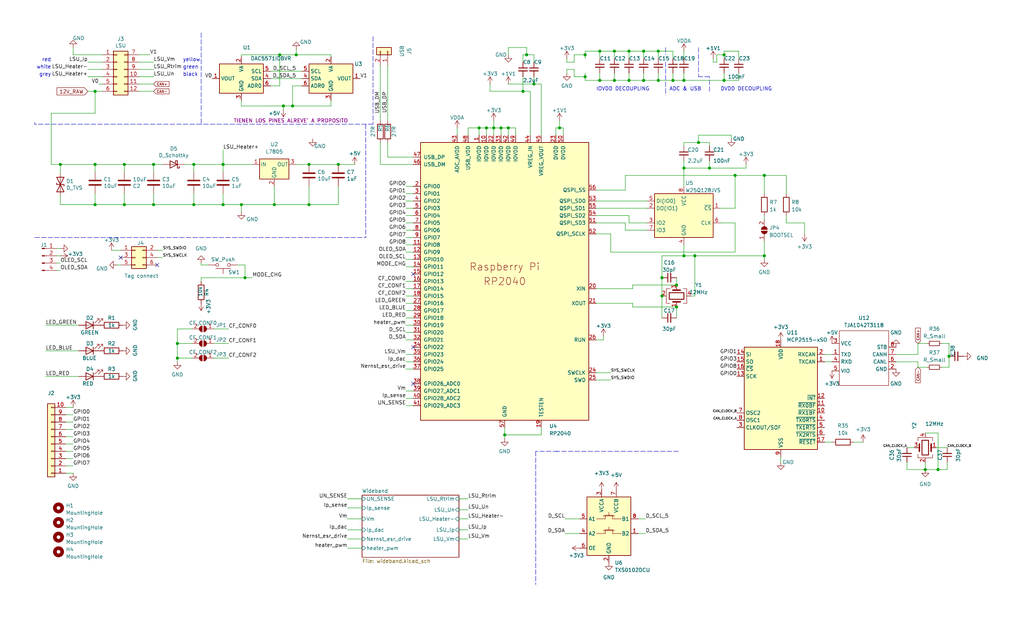
<source format=kicad_sch>
(kicad_sch (version 20211123) (generator eeschema)
  (paper "USLegal")
  (title_block (title "Wideband sensor reader") (date "2022-07-07") (rev "1") (company "Churrosoft"))
  (junction (at 325.755 163.195))
  (junction (at 33.02 57.15))
  (junction (at 77.47 71.12))
  (junction (at 237.49 88.9))
  (junction (at 166.37 44.45))
  (junction (at 234.95 106.68))
  (junction (at 203.2 26.67))
  (junction (at 95.25 71.12))
  (junction (at 77.47 57.15))
  (junction (at 208.28 27.94))
  (junction (at 107.315 71.12))
  (junction (at 194.31 44.45))
  (junction (at 98.425 36.83))
  (junction (at 233.68 27.94))
  (junction (at 223.52 27.94))
  (junction (at 208.28 17.78))
  (junction (at 255.27 60.96))
  (junction (at 228.6 27.94))
  (junction (at 67.31 71.12))
  (junction (at 67.31 57.15))
  (junction (at 265.43 88.9))
  (junction (at 237.49 58.42))
  (junction (at 97.155 19.05))
  (junction (at 85.09 96.52))
  (junction (at 234.95 99.06))
  (junction (at 182.88 19.05))
  (junction (at 213.36 17.78))
  (junction (at 265.43 60.96))
  (junction (at 218.44 17.78))
  (junction (at 107.315 57.15))
  (junction (at 246.38 58.42))
  (junction (at 241.3 88.9))
  (junction (at 102.87 19.05))
  (junction (at 237.49 27.94))
  (junction (at 223.52 17.78))
  (junction (at 181.61 31.75))
  (junction (at 53.34 71.12))
  (junction (at 43.18 71.12))
  (junction (at 61.595 119.38))
  (junction (at 229.87 96.52))
  (junction (at 185.42 29.21))
  (junction (at 43.18 57.15))
  (junction (at 61.595 124.46))
  (junction (at 242.57 49.53))
  (junction (at 33.02 31.75))
  (junction (at 53.34 57.15))
  (junction (at 229.87 102.87))
  (junction (at 251.46 19.05))
  (junction (at 218.44 27.94))
  (junction (at 251.46 27.94))
  (junction (at 228.6 17.78))
  (junction (at 321.31 163.195))
  (junction (at 203.2 19.05))
  (junction (at 175.26 151.13))
  (junction (at 20.955 57.15))
  (junction (at 117.475 57.15))
  (junction (at 171.45 44.45))
  (junction (at 329.565 123.825) (diameter 0.9144))
  (junction (at 213.36 27.94))
  (junction (at 83.82 71.12))
  (junction (at 101.6 36.83))
  (junction (at 168.91 44.45))
  (junction (at 173.99 44.45))
  (junction (at 33.02 71.12))
  (junction (at 176.53 44.45))
  (no_connect (at 143.51 120.65))
  (no_connect (at 41.91 89.535))
  (no_connect (at 54.61 92.075))
  (no_connect (at 143.51 133.35))
  (no_connect (at 143.51 95.25))
  (wire (pts (xy 218.44 17.78) (xy 218.44 20.32)))
  (wire (pts (xy 77.47 71.12) (xy 83.82 71.12)))
  (wire (pts (xy 159.385 184.15) (xy 162.56 184.15)))
  (wire (pts (xy 237.49 88.9) (xy 241.3 88.9)))
  (polyline (pts (xy 193.675 156.845) (xy 186.055 156.845)))
  (wire (pts (xy 325.12 155.575) (xy 328.93 155.575)))
  (wire (pts (xy 237.49 49.53) (xy 242.57 49.53)))
  (wire (pts (xy 33.02 71.12) (xy 43.18 71.12)))
  (wire (pts (xy 34.29 29.21) (xy 35.56 29.21)))
  (wire (pts (xy 140.97 128.27) (xy 143.51 128.27)))
  (wire (pts (xy 140.97 102.87) (xy 143.51 102.87)))
  (wire (pts (xy 22.86 154.305) (xy 25.4 154.305)))
  (wire (pts (xy 97.155 19.05) (xy 97.155 29.845)))
  (wire (pts (xy 19.685 86.36) (xy 20.955 86.36)))
  (wire (pts (xy 30.48 26.67) (xy 35.56 26.67)))
  (wire (pts (xy 132.08 22.86) (xy 132.08 41.91)))
  (wire (pts (xy 69.85 96.52) (xy 69.85 97.79)))
  (wire (pts (xy 329.565 123.825) (xy 329.565 119.38)))
  (wire (pts (xy 114.935 19.685) (xy 114.935 19.05)))
  (wire (pts (xy 53.34 59.69) (xy 53.34 57.15)))
  (wire (pts (xy 265.43 88.9) (xy 265.43 83.82)))
  (wire (pts (xy 171.45 41.91) (xy 171.45 44.45)))
  (polyline (pts (xy 12.065 82.55) (xy 127 82.55)))
  (wire (pts (xy 117.475 57.15) (xy 123.19 57.15)))
  (wire (pts (xy 158.75 46.99) (xy 158.75 44.45)))
  (wire (pts (xy 140.97 140.97) (xy 143.51 140.97)))
  (wire (pts (xy 114.935 34.925) (xy 114.935 36.83)))
  (wire (pts (xy 33.02 31.75) (xy 35.56 31.75)))
  (wire (pts (xy 134.62 49.53) (xy 134.62 54.61)))
  (wire (pts (xy 74.295 119.38) (xy 79.375 119.38)))
  (wire (pts (xy 255.27 77.47) (xy 250.19 77.47)))
  (wire (pts (xy 217.17 80.01) (xy 224.79 80.01)))
  (wire (pts (xy 17.78 39.37) (xy 17.78 57.15)))
  (wire (pts (xy 74.295 114.3) (xy 79.375 114.3)))
  (wire (pts (xy 85.09 92.075) (xy 85.09 96.52)))
  (wire (pts (xy 43.18 67.31) (xy 43.18 71.12)))
  (wire (pts (xy 265.43 67.31) (xy 265.43 60.96)))
  (wire (pts (xy 199.39 19.05) (xy 203.2 19.05)))
  (wire (pts (xy 265.43 74.93) (xy 265.43 76.2)))
  (wire (pts (xy 48.26 19.05) (xy 52.07 19.05)))
  (wire (pts (xy 237.49 50.8) (xy 237.49 49.53)))
  (polyline (pts (xy 246.38 26.67) (xy 242.57 26.67)))
  (wire (pts (xy 67.31 71.12) (xy 77.47 71.12)))
  (wire (pts (xy 208.28 17.78) (xy 203.2 17.78)))
  (wire (pts (xy 219.71 100.33) (xy 219.71 99.06)))
  (wire (pts (xy 120.65 184.15) (xy 125.73 184.15)))
  (wire (pts (xy 107.315 57.15) (xy 117.475 57.15)))
  (wire (pts (xy 256.54 17.78) (xy 251.46 17.78)))
  (wire (pts (xy 181.61 31.75) (xy 170.18 31.75)))
  (wire (pts (xy 20.955 57.15) (xy 33.02 57.15)))
  (wire (pts (xy 30.48 21.59) (xy 35.56 21.59)))
  (wire (pts (xy 61.595 114.3) (xy 61.595 119.38)))
  (wire (pts (xy 233.68 25.4) (xy 233.68 27.94)))
  (wire (pts (xy 318.77 127.635) (xy 318.77 125.73)))
  (wire (pts (xy 102.87 57.15) (xy 107.315 57.15)))
  (wire (pts (xy 242.57 46.99) (xy 254 46.99)))
  (wire (pts (xy 25.4 159.385) (xy 22.86 159.385)))
  (wire (pts (xy 273.05 77.47) (xy 279.4 77.47)))
  (wire (pts (xy 61.595 124.46) (xy 66.675 124.46)))
  (wire (pts (xy 114.935 19.05) (xy 102.87 19.05)))
  (wire (pts (xy 140.97 69.85) (xy 143.51 69.85)))
  (wire (pts (xy 82.55 92.075) (xy 85.09 92.075)))
  (wire (pts (xy 255.27 87.63) (xy 255.27 77.47)))
  (wire (pts (xy 140.97 100.33) (xy 143.51 100.33)))
  (wire (pts (xy 83.82 36.83) (xy 98.425 36.83)))
  (wire (pts (xy 140.97 64.77) (xy 143.51 64.77)))
  (wire (pts (xy 140.97 113.03) (xy 143.51 113.03)))
  (wire (pts (xy 185.42 19.05) (xy 182.88 19.05)))
  (wire (pts (xy 194.31 41.91) (xy 194.31 44.45)))
  (wire (pts (xy 64.135 57.15) (xy 67.31 57.15)))
  (wire (pts (xy 140.97 85.09) (xy 143.51 85.09)))
  (wire (pts (xy 140.97 115.57) (xy 143.51 115.57)))
  (wire (pts (xy 53.34 67.31) (xy 53.34 71.12)))
  (wire (pts (xy 176.53 16.51) (xy 182.88 16.51)))
  (wire (pts (xy 233.68 27.94) (xy 228.6 27.94)))
  (wire (pts (xy 218.44 27.94) (xy 213.36 27.94)))
  (wire (pts (xy 207.01 66.04) (xy 217.17 66.04)))
  (wire (pts (xy 242.57 49.53) (xy 246.38 49.53)))
  (wire (pts (xy 241.3 102.87) (xy 241.3 88.9)))
  (wire (pts (xy 56.515 89.535) (xy 54.61 89.535)))
  (wire (pts (xy 83.82 19.05) (xy 83.82 19.685)))
  (wire (pts (xy 218.44 25.4) (xy 218.44 27.94)))
  (wire (pts (xy 246.38 55.88) (xy 246.38 58.42)))
  (wire (pts (xy 67.31 67.31) (xy 67.31 71.12)))
  (wire (pts (xy 67.31 59.69) (xy 67.31 57.15)))
  (wire (pts (xy 218.44 77.47) (xy 224.79 77.47)))
  (wire (pts (xy 328.93 163.195) (xy 325.755 163.195)))
  (wire (pts (xy 43.18 57.15) (xy 53.34 57.15)))
  (wire (pts (xy 22.86 149.225) (xy 25.4 149.225)))
  (wire (pts (xy 218.44 27.94) (xy 223.52 27.94)))
  (wire (pts (xy 173.99 44.45) (xy 171.45 44.45)))
  (wire (pts (xy 207.01 100.33) (xy 219.71 100.33)))
  (wire (pts (xy 237.49 85.09) (xy 237.49 88.9)))
  (wire (pts (xy 228.6 20.32) (xy 228.6 17.78)))
  (wire (pts (xy 38.735 86.995) (xy 41.91 86.995)))
  (wire (pts (xy 48.26 31.75) (xy 53.34 31.75)))
  (wire (pts (xy 22.86 141.605) (xy 25.4 141.605)))
  (wire (pts (xy 207.01 74.93) (xy 218.44 74.93)))
  (wire (pts (xy 25.4 161.925) (xy 22.86 161.925)))
  (wire (pts (xy 237.49 58.42) (xy 237.49 64.77)))
  (wire (pts (xy 321.31 163.195) (xy 314.96 163.195)))
  (wire (pts (xy 181.61 19.05) (xy 181.61 21.59)))
  (wire (pts (xy 196.215 180.34) (xy 201.295 180.34)))
  (wire (pts (xy 279.4 77.47) (xy 279.4 81.28)))
  (wire (pts (xy 22.86 144.145) (xy 25.4 144.145)))
  (polyline (pts (xy 69.85 11.43) (xy 69.85 43.18)))
  (wire (pts (xy 33.02 31.75) (xy 33.02 39.37)))
  (wire (pts (xy 234.95 96.52) (xy 234.95 99.06)))
  (wire (pts (xy 228.6 25.4) (xy 228.6 27.94)))
  (wire (pts (xy 140.97 118.11) (xy 143.51 118.11)))
  (wire (pts (xy 132.08 57.15) (xy 132.08 49.53)))
  (wire (pts (xy 241.3 88.9) (xy 265.43 88.9)))
  (wire (pts (xy 53.34 57.15) (xy 56.515 57.15)))
  (wire (pts (xy 193.04 44.45) (xy 193.04 46.99)))
  (wire (pts (xy 170.18 31.75) (xy 170.18 29.21)))
  (wire (pts (xy 194.31 44.45) (xy 193.04 44.45)))
  (wire (pts (xy 20.955 57.15) (xy 20.955 60.325)))
  (wire (pts (xy 207.01 72.39) (xy 224.79 72.39)))
  (wire (pts (xy 140.97 77.47) (xy 143.51 77.47)))
  (wire (pts (xy 173.99 44.45) (xy 173.99 46.99)))
  (polyline (pts (xy 129.54 12.7) (xy 129.54 43.18)))
  (wire (pts (xy 325.755 150.495) (xy 325.755 163.195)))
  (wire (pts (xy 207.01 132.08) (xy 212.09 132.08)))
  (wire (pts (xy 212.09 87.63) (xy 255.27 87.63)))
  (wire (pts (xy 240.03 102.87) (xy 241.3 102.87)))
  (wire (pts (xy 171.45 44.45) (xy 171.45 46.99)))
  (wire (pts (xy 140.97 107.95) (xy 143.51 107.95)))
  (wire (pts (xy 311.15 125.73) (xy 318.77 125.73)))
  (wire (pts (xy 195.58 44.45) (xy 195.58 46.99)))
  (wire (pts (xy 134.62 54.61) (xy 143.51 54.61)))
  (wire (pts (xy 140.97 80.01) (xy 143.51 80.01)))
  (wire (pts (xy 120.65 173.355) (xy 125.73 173.355)))
  (wire (pts (xy 229.87 102.87) (xy 229.87 110.49)))
  (wire (pts (xy 203.2 26.67) (xy 203.2 25.4)))
  (wire (pts (xy 77.47 67.31) (xy 77.47 71.12)))
  (wire (pts (xy 314.96 155.575) (xy 317.5 155.575)))
  (wire (pts (xy 176.53 44.45) (xy 176.53 46.99)))
  (wire (pts (xy 256.54 20.32) (xy 256.54 17.78)))
  (wire (pts (xy 77.47 59.69) (xy 77.47 57.15)))
  (wire (pts (xy 246.38 49.53) (xy 246.38 50.8)))
  (wire (pts (xy 77.47 52.07) (xy 77.47 57.15)))
  (wire (pts (xy 221.615 180.34) (xy 224.155 180.34)))
  (wire (pts (xy 19.685 93.98) (xy 20.955 93.98)))
  (wire (pts (xy 162.56 44.45) (xy 162.56 46.99)))
  (polyline (pts (xy 231.14 16.51) (xy 231.14 19.05)))
  (wire (pts (xy 140.97 123.19) (xy 143.51 123.19)))
  (wire (pts (xy 40.64 92.075) (xy 41.91 92.075)))
  (wire (pts (xy 175.26 151.13) (xy 175.26 152.4)))
  (wire (pts (xy 104.775 29.845) (xy 101.6 29.845)))
  (wire (pts (xy 66.675 119.38) (xy 61.595 119.38)))
  (wire (pts (xy 22.86 156.845) (xy 25.4 156.845)))
  (wire (pts (xy 321.31 160.655) (xy 321.31 163.195)))
  (wire (pts (xy 218.44 74.93) (xy 218.44 77.47)))
  (wire (pts (xy 273.05 60.96) (xy 265.43 60.96)))
  (wire (pts (xy 255.27 60.96) (xy 217.17 60.96)))
  (wire (pts (xy 120.65 190.5) (xy 125.73 190.5)))
  (polyline (pts (xy 235.585 156.845) (xy 193.04 156.845)))
  (wire (pts (xy 33.02 59.69) (xy 33.02 57.15)))
  (wire (pts (xy 296.545 153.67) (xy 299.72 153.67)))
  (polyline (pts (xy 12.065 42.545) (xy 12.065 43.18)))
  (wire (pts (xy 53.34 71.12) (xy 67.31 71.12)))
  (wire (pts (xy 217.17 60.96) (xy 217.17 66.04)))
  (wire (pts (xy 22.86 151.765) (xy 25.4 151.765)))
  (wire (pts (xy 95.25 64.77) (xy 95.25 71.12)))
  (wire (pts (xy 329.565 119.38) (xy 327.025 119.38)))
  (wire (pts (xy 228.6 17.78) (xy 223.52 17.78)))
  (wire (pts (xy 17.78 57.15) (xy 20.955 57.15)))
  (wire (pts (xy 175.26 148.59) (xy 175.26 151.13)))
  (wire (pts (xy 234.95 106.68) (xy 234.95 110.49)))
  (wire (pts (xy 159.385 173.355) (xy 162.56 173.355)))
  (wire (pts (xy 318.77 119.38) (xy 321.945 119.38)))
  (wire (pts (xy 66.675 114.3) (xy 61.595 114.3)))
  (wire (pts (xy 56.515 86.995) (xy 54.61 86.995)))
  (wire (pts (xy 199.39 24.13) (xy 199.39 26.67)))
  (wire (pts (xy 233.68 20.32) (xy 233.68 17.78)))
  (wire (pts (xy 117.475 64.77) (xy 117.475 71.12)))
  (wire (pts (xy 325.755 163.195) (xy 321.31 163.195)))
  (wire (pts (xy 199.39 21.59) (xy 199.39 19.05)))
  (wire (pts (xy 185.42 26.67) (xy 185.42 29.21)))
  (wire (pts (xy 223.52 17.78) (xy 218.44 17.78)))
  (wire (pts (xy 271.145 158.75) (xy 271.145 160.655)))
  (wire (pts (xy 208.28 27.94) (xy 203.2 27.94)))
  (wire (pts (xy 221.615 185.42) (xy 224.155 185.42)))
  (wire (pts (xy 168.91 44.45) (xy 168.91 46.99)))
  (wire (pts (xy 30.48 31.75) (xy 33.02 31.75)))
  (wire (pts (xy 265.43 60.96) (xy 255.27 60.96)))
  (wire (pts (xy 120.65 180.34) (xy 125.73 180.34)))
  (wire (pts (xy 219.71 99.06) (xy 234.95 99.06)))
  (wire (pts (xy 311.15 123.19) (xy 318.77 123.19)))
  (wire (pts (xy 318.77 123.19) (xy 318.77 119.38)))
  (wire (pts (xy 213.36 27.94) (xy 208.28 27.94)))
  (wire (pts (xy 48.26 24.13) (xy 53.34 24.13)))
  (wire (pts (xy 159.385 180.34) (xy 162.56 180.34)))
  (wire (pts (xy 176.53 19.05) (xy 176.53 16.51)))
  (wire (pts (xy 213.36 17.78) (xy 213.36 20.32)))
  (wire (pts (xy 33.02 57.15) (xy 43.18 57.15)))
  (wire (pts (xy 15.875 130.81) (xy 27.305 130.81)))
  (wire (pts (xy 237.49 55.88) (xy 237.49 58.42)))
  (wire (pts (xy 223.52 27.94) (xy 228.6 27.94)))
  (wire (pts (xy 22.86 164.465) (xy 25.4 164.465)))
  (wire (pts (xy 162.56 44.45) (xy 166.37 44.45)))
  (wire (pts (xy 237.49 27.94) (xy 251.46 27.94)))
  (wire (pts (xy 273.05 67.31) (xy 273.05 60.96)))
  (wire (pts (xy 77.47 57.15) (xy 87.63 57.15)))
  (wire (pts (xy 83.82 71.12) (xy 83.82 73.66)))
  (wire (pts (xy 102.87 17.145) (xy 102.87 19.05)))
  (polyline (pts (xy 242.57 16.51) (xy 242.57 26.67)))
  (wire (pts (xy 140.97 87.63) (xy 143.51 87.63)))
  (wire (pts (xy 134.62 22.86) (xy 134.62 41.91)))
  (wire (pts (xy 140.97 105.41) (xy 143.51 105.41)))
  (wire (pts (xy 85.09 96.52) (xy 87.63 96.52)))
  (wire (pts (xy 140.97 72.39) (xy 143.51 72.39)))
  (wire (pts (xy 321.945 127.635) (xy 318.77 127.635)))
  (wire (pts (xy 140.97 110.49) (xy 143.51 110.49)))
  (wire (pts (xy 237.49 20.32) (xy 237.49 17.78)))
  (wire (pts (xy 242.57 46.99) (xy 242.57 49.53)))
  (wire (pts (xy 248.92 21.59) (xy 248.92 19.05)))
  (wire (pts (xy 35.56 19.05) (xy 25.4 19.05)))
  (wire (pts (xy 140.97 125.73) (xy 143.51 125.73)))
  (wire (pts (xy 247.65 21.59) (xy 248.92 21.59)))
  (wire (pts (xy 207.01 69.85) (xy 224.79 69.85)))
  (wire (pts (xy 219.71 106.68) (xy 234.95 106.68)))
  (wire (pts (xy 185.42 21.59) (xy 185.42 19.05)))
  (wire (pts (xy 254 48.26) (xy 254 46.99)))
  (wire (pts (xy 43.18 57.15) (xy 43.18 59.69)))
  (wire (pts (xy 229.87 102.87) (xy 229.87 96.52)))
  (wire (pts (xy 182.88 19.05) (xy 181.61 19.05)))
  (wire (pts (xy 208.28 17.78) (xy 208.28 20.32)))
  (wire (pts (xy 286.385 153.67) (xy 288.925 153.67)))
  (wire (pts (xy 203.2 27.94) (xy 203.2 26.67)))
  (wire (pts (xy 321.31 150.495) (xy 325.755 150.495)))
  (wire (pts (xy 196.85 25.4) (xy 196.85 24.13)))
  (wire (pts (xy 256.54 25.4) (xy 256.54 27.94)))
  (wire (pts (xy 273.05 74.93) (xy 273.05 77.47)))
  (wire (pts (xy 187.96 151.13) (xy 175.26 151.13)))
  (wire (pts (xy 85.09 96.52) (xy 69.85 96.52)))
  (wire (pts (xy 187.96 148.59) (xy 187.96 151.13)))
  (wire (pts (xy 93.98 24.765) (xy 104.775 24.765)))
  (polyline (pts (xy 186.055 156.845) (xy 186.055 203.2)))
  (wire (pts (xy 207.01 77.47) (xy 217.17 77.47)))
  (wire (pts (xy 140.97 74.93) (xy 143.51 74.93)))
  (wire (pts (xy 229.87 96.52) (xy 229.87 88.9)))
  (wire (pts (xy 237.49 27.94) (xy 233.68 27.94)))
  (wire (pts (xy 93.98 27.305) (xy 104.775 27.305)))
  (wire (pts (xy 48.26 29.21) (xy 53.34 29.21)))
  (wire (pts (xy 25.4 19.05) (xy 25.4 16.51)))
  (wire (pts (xy 213.36 17.78) (xy 208.28 17.78)))
  (wire (pts (xy 223.52 17.78) (xy 223.52 20.32)))
  (wire (pts (xy 95.25 71.12) (xy 107.315 71.12)))
  (wire (pts (xy 22.86 146.685) (xy 25.4 146.685)))
  (wire (pts (xy 250.19 72.39) (xy 255.27 72.39)))
  (wire (pts (xy 61.595 119.38) (xy 61.595 124.46)))
  (wire (pts (xy 33.02 39.37) (xy 17.78 39.37)))
  (wire (pts (xy 251.46 19.05) (xy 251.46 20.32)))
  (wire (pts (xy 19.685 91.44) (xy 20.955 91.44)))
  (wire (pts (xy 15.875 113.03) (xy 27.305 113.03)))
  (wire (pts (xy 209.55 118.11) (xy 209.55 116.84)))
  (wire (pts (xy 43.18 71.12) (xy 53.34 71.12)))
  (wire (pts (xy 288.925 125.73) (xy 286.385 125.73)))
  (wire (pts (xy 184.15 31.75) (xy 181.61 31.75)))
  (wire (pts (xy 179.07 44.45) (xy 176.53 44.45)))
  (wire (pts (xy 166.37 44.45) (xy 166.37 46.99)))
  (wire (pts (xy 217.17 77.47) (xy 217.17 80.01)))
  (wire (pts (xy 203.2 17.78) (xy 203.2 19.05)))
  (wire (pts (xy 251.46 17.78) (xy 251.46 19.05)))
  (wire (pts (xy 196.85 24.13) (xy 199.39 24.13)))
  (wire (pts (xy 120.65 176.53) (xy 125.73 176.53)))
  (wire (pts (xy 176.53 44.45) (xy 173.99 44.45)))
  (wire (pts (xy 219.71 105.41) (xy 219.71 106.68)))
  (wire (pts (xy 259.08 58.42) (xy 246.38 58.42)))
  (wire (pts (xy 199.39 26.67) (xy 203.2 26.67)))
  (wire (pts (xy 140.97 82.55) (xy 143.51 82.55)))
  (wire (pts (xy 185.42 29.21) (xy 187.96 29.21)))
  (wire (pts (xy 176.53 29.21) (xy 185.42 29.21)))
  (wire (pts (xy 159.385 187.325) (xy 162.56 187.325)))
  (wire (pts (xy 107.315 71.12) (xy 117.475 71.12)))
  (wire (pts (xy 247.65 20.32) (xy 247.65 21.59)))
  (wire (pts (xy 212.09 81.28) (xy 212.09 87.63)))
  (wire (pts (xy 207.01 81.28) (xy 212.09 81.28)))
  (polyline (pts (xy 69.85 43.18) (xy 12.065 43.18)))
  (wire (pts (xy 140.97 135.89) (xy 143.51 135.89)))
  (wire (pts (xy 120.65 187.325) (xy 125.73 187.325)))
  (wire (pts (xy 72.39 92.075) (xy 69.85 92.075)))
  (wire (pts (xy 208.28 25.4) (xy 208.28 27.94)))
  (wire (pts (xy 187.96 46.99) (xy 187.96 29.21)))
  (wire (pts (xy 61.595 125.73) (xy 61.595 124.46)))
  (wire (pts (xy 93.98 29.845) (xy 97.155 29.845)))
  (wire (pts (xy 20.955 67.945) (xy 20.955 71.12)))
  (wire (pts (xy 286.385 123.19) (xy 288.925 123.19)))
  (wire (pts (xy 33.02 67.31) (xy 33.02 71.12)))
  (wire (pts (xy 102.87 19.05) (xy 97.155 19.05)))
  (wire (pts (xy 251.46 25.4) (xy 251.46 27.94)))
  (wire (pts (xy 140.97 92.71) (xy 143.51 92.71)))
  (wire (pts (xy 83.82 34.925) (xy 83.82 36.83)))
  (wire (pts (xy 181.61 26.67) (xy 181.61 31.75)))
  (wire (pts (xy 255.27 72.39) (xy 255.27 60.96)))
  (wire (pts (xy 229.87 88.9) (xy 237.49 88.9)))
  (wire (pts (xy 207.01 118.11) (xy 209.55 118.11)))
  (wire (pts (xy 179.07 46.99) (xy 179.07 44.45)))
  (wire (pts (xy 196.85 20.32) (xy 196.85 21.59)))
  (wire (pts (xy 140.97 90.17) (xy 143.51 90.17)))
  (wire (pts (xy 327.025 127.635) (xy 329.565 127.635)))
  (wire (pts (xy 101.6 36.83) (xy 98.425 36.83)))
  (wire (pts (xy 182.88 16.51) (xy 182.88 19.05)))
  (wire (pts (xy 314.96 163.195) (xy 314.96 160.655)))
  (wire (pts (xy 213.36 25.4) (xy 213.36 27.94)))
  (wire (pts (xy 107.315 64.77) (xy 107.315 71.12)))
  (wire (pts (xy 248.92 19.05) (xy 251.46 19.05)))
  (wire (pts (xy 19.685 88.9) (xy 20.955 88.9)))
  (wire (pts (xy 237.49 25.4) (xy 237.49 27.94)))
  (wire (pts (xy 223.52 25.4) (xy 223.52 27.94)))
  (wire (pts (xy 69.85 92.075) (xy 69.85 91.44)))
  (wire (pts (xy 328.93 160.655) (xy 328.93 163.195)))
  (wire (pts (xy 83.82 19.05) (xy 97.155 19.05)))
  (wire (pts (xy 184.15 31.75) (xy 184.15 46.99)))
  (wire (pts (xy 114.935 36.83) (xy 101.6 36.83)))
  (wire (pts (xy 329.565 127.635) (xy 329.565 123.825)))
  (wire (pts (xy 196.85 21.59) (xy 199.39 21.59)))
  (wire (pts (xy 246.38 58.42) (xy 237.49 58.42)))
  (wire (pts (xy 256.54 27.94) (xy 251.46 27.94)))
  (wire (pts (xy 259.08 57.15) (xy 259.08 58.42)))
  (polyline (pts (xy 129.54 43.18) (xy 69.85 43.18)))
  (polyline (pts (xy 246.38 31.75) (xy 246.38 26.67)))
  (wire (pts (xy 48.26 26.67) (xy 53.34 26.67)))
  (wire (pts (xy 143.51 57.15) (xy 132.08 57.15)))
  (wire (pts (xy 140.97 97.79) (xy 143.51 97.79)))
  (wire (pts (xy 83.82 71.12) (xy 95.25 71.12)))
  (wire (pts (xy 159.385 177.165) (xy 162.56 177.165)))
  (wire (pts (xy 15.875 121.92) (xy 27.305 121.92)))
  (wire (pts (xy 74.295 124.46) (xy 79.375 124.46)))
  (polyline (pts (xy 231.14 21.59) (xy 231.14 33.02)))
  (wire (pts (xy 203.2 19.05) (xy 203.2 20.32)))
  (wire (pts (xy 140.97 138.43) (xy 143.51 138.43)))
  (wire (pts (xy 233.68 17.78) (xy 228.6 17.78)))
  (wire (pts (xy 207.01 105.41) (xy 219.71 105.41)))
  (wire (pts (xy 218.44 17.78) (xy 213.36 17.78)))
  (wire (pts (xy 67.31 57.15) (xy 77.47 57.15)))
  (wire (pts (xy 171.45 44.45) (xy 168.91 44.45)))
  (wire (pts (xy 196.215 185.42) (xy 201.295 185.42)))
  (wire (pts (xy 48.26 21.59) (xy 53.34 21.59)))
  (wire (pts (xy 195.58 44.45) (xy 194.31 44.45)))
  (wire (pts (xy 168.91 44.45) (xy 166.37 44.45)))
  (wire (pts (xy 30.48 24.13) (xy 35.56 24.13)))
  (wire (pts (xy 98.425 36.83) (xy 98.425 38.1)))
  (wire (pts (xy 20.955 71.12) (xy 33.02 71.12)))
  (wire (pts (xy 207.01 129.54) (xy 212.09 129.54)))
  (wire (pts (xy 101.6 29.845) (xy 101.6 36.83)))
  (wire (pts (xy 265.43 88.9) (xy 265.43 90.17)))
  (wire (pts (xy 140.97 67.31) (xy 143.51 67.31)))
  (polyline (pts (xy 127 43.18) (xy 127 82.55)))
  (text "grey" (at 17.78 26.67 180) (effects (font (size 1.27 1.27)) (justify right bottom)))
  (text "ADC & USB" (at 232.41 31.75 0) (effects (font (size 1.27 1.27)) (justify left bottom)))
  (text "black" (at 63.5 26.67 0) (effects (font (size 1.27 1.27)) (justify left bottom)))
  (text "white" (at 17.78 24.13 180) (effects (font (size 1.27 1.27)) (justify right bottom)))
  (text "red" (at 17.78 21.59 180) (effects (font (size 1.27 1.27)) (justify right bottom)))
  (text "IOVDD DECOUPLING" (at 207.01 31.75 0) (effects (font (size 1.27 1.27)) (justify left bottom)))
  (text "yellow" (at 63.5 21.59 0) (effects (font (size 1.27 1.27)) (justify left bottom)))
  (text "DVDD DECOUPLING" (at 250.19 31.75 0) (effects (font (size 1.27 1.27)) (justify left bottom)))
  (text "green" (at 63.5 24.13 0) (effects (font (size 1.27 1.27)) (justify left bottom)))
  (label "LSU_Ip" (at 30.48 21.59 180))
  (label "V0" (at 73.66 27.305 180))
  (label "LED_BLUE" (at 140.97 107.95 180))
  (label "LED_GREEN" (at 140.97 105.41 180))
  (label "V0" (at 34.29 29.21 180))
  (label "CF_CONF2" (at 140.97 102.87 180))
  (label "LSU_Un" (at 53.34 26.67 0))
  (label "D_SCL_5" (at 224.155 180.34 0))
  (label "CAN_CLOCK_A" (at 255.905 146.05 180) (effects (font (size 0.8 0.8))))
  (label "MODE_CHG" (at 87.63 96.52 0))
  (label "LSU_Un" (at 162.56 177.165 0))
  (label "V1" (at 52.07 19.05 0))
  (label "GPIO8" (at 140.97 85.09 180))
  (label "Vm" (at 120.65 180.34 180))
  (label "CF_CONF2" (at 79.375 124.46 0))
  (label "LSU_Rtrim" (at 53.34 24.13 0))
  (label "D_SDA" (at 140.97 118.11 180))
  (label "LSU_Vm" (at 53.34 21.59 0))
  (label "OLED_SDA" (at 20.955 93.98 0))
  (label "D_SDA_5" (at 102.87 27.305 180))
  (label "LED_RED" (at 140.97 110.49 180))
  (label "D_SDA_5" (at 224.155 185.42 0))
  (label "LSU_Vm" (at 140.97 123.19 180))
  (label "CF_CONF1" (at 140.97 100.33 180))
  (label "GPIO7" (at 25.4 161.925 0))
  (label "LSU_Rtrim" (at 162.56 173.355 0))
  (label "CAN_CLOCK_B" (at 328.93 155.575 0) (effects (font (size 0.8 0.8))))
  (label "GPIO0" (at 140.97 64.77 180))
  (label "Ip_dac" (at 140.97 125.73 180))
  (label "GPIO3" (at 140.97 72.39 180))
  (label "SYS_SWCLK" (at 56.515 89.535 0) (effects (font (size 0.9906 0.9906))))
  (label "D_SDA" (at 196.215 185.42 180))
  (label "SYS_SWCLK" (at 212.09 129.54 0) (effects (font (size 0.9906 0.9906))))
  (label "UN_SENSE" (at 120.65 173.355 180))
  (label "USB_DM" (at 132.08 31.75 270))
  (label "LSU_Heater-" (at 30.48 24.13 180))
  (label "LED_BLUE" (at 15.875 121.92 0))
  (label "LSU_Vm" (at 162.56 187.325 0))
  (label "GPIO4" (at 25.4 154.305 0))
  (label "OLED_SCL" (at 20.955 91.44 0))
  (label "LED_GREEN" (at 15.875 113.03 0))
  (label "Ip_sense" (at 140.97 138.43 180))
  (label "SYS_SWDIO" (at 212.09 132.08 0) (effects (font (size 0.9906 0.9906))))
  (label "GPIO1" (at 25.4 146.685 0))
  (label "GPIO0" (at 255.905 130.81 180))
  (label "Nernst_esr_drive" (at 120.65 187.325 180))
  (label "GPIO7" (at 140.97 82.55 180))
  (label "D_SCL" (at 140.97 115.57 180))
  (label "D_SCL_5" (at 102.87 24.765 180))
  (label "GPIO5" (at 25.4 156.845 0))
  (label "CF_CONF0" (at 140.97 97.79 180))
  (label "GPIO3" (at 255.905 125.73 180))
  (label "Nernst_esr_drive" (at 140.97 128.27 180))
  (label "LED_RED" (at 15.875 130.81 0))
  (label "Vm" (at 140.97 135.89 180))
  (label "GPIO4" (at 140.97 74.93 180))
  (label "USB_DP" (at 134.62 31.75 270))
  (label "LSU_Heater+" (at 30.48 26.67 180))
  (label "heater_pwm" (at 120.65 190.5 180))
  (label "Ip_dac" (at 120.65 184.15 180))
  (label "D_SCL" (at 196.215 180.34 180))
  (label "UN_SENSE" (at 140.97 140.97 180))
  (label "LSU_Ip" (at 162.56 184.15 0))
  (label "GPIO2" (at 140.97 69.85 180))
  (label "GPIO1" (at 140.97 67.31 180))
  (label "LSU_Heater-" (at 162.56 180.34 0))
  (label "GPIO6" (at 140.97 80.01 180))
  (label "CF_CONF0" (at 79.375 114.3 0))
  (label "GPIO3" (at 25.4 151.765 0))
  (label "OLED_SDA" (at 140.97 87.63 180))
  (label "OLED_SCL" (at 140.97 90.17 180))
  (label "V1" (at 125.095 27.305 0))
  (label "heater_pwm" (at 140.97 113.03 180))
  (label "GPIO1" (at 255.905 123.19 180))
  (label "GPIO2" (at 25.4 149.225 0))
  (label "MODE_CHG" (at 140.97 92.71 180))
  (label "GPIO0" (at 25.4 144.145 0))
  (label "CAN_CLOCK_B" (at 255.905 143.51 180) (effects (font (size 0.8 0.8))))
  (label "CF_CONF1" (at 79.375 119.38 0))
  (label "LSU_Heater+" (at 77.47 52.07 0))
  (label "GPIO5" (at 140.97 77.47 180))
  (label "SYS_SWDIO" (at 56.515 86.995 0) (effects (font (size 0.9906 0.9906))))
  (label "GPIO6" (at 25.4 159.385 0))
  (label "Ip_sense" (at 120.65 176.53 180))
  (label "CAN_CLOCK_A" (at 314.96 155.575 180) (effects (font (size 0.8 0.8))))
  (label "GPIO8" (at 255.905 128.27 180))
  (global_label "CAN-" (shape input) (at 53.34 31.75 0) (effects (font (size 0.889 0.889))) (property "Intersheet References" "${INTERSHEET_REFS}" (effects hide)))
  (global_label "CAN-" (shape input) (at 318.77 127.635 270) (effects (font (size 0.889 0.889))) (property "Intersheet References" "${INTERSHEET_REFS}" (effects hide)))
  (global_label "CAN+" (shape input) (at 53.34 29.21 0) (effects (font (size 0.889 0.889))) (property "Intersheet References" "${INTERSHEET_REFS}" (effects hide)))
  (global_label "12V_RAW" (shape input) (at 30.48 31.75 180) (property "Referencias entre hojas" "${INTERSHEET_REFS}" (effects hide)))
  (global_label "CAN+" (shape input) (at 318.77 119.38 90) (effects (font (size 0.889 0.889))) (property "Intersheet References" "${INTERSHEET_REFS}" (effects hide)))
  (symbol (lib_id "Device:R") (at 265.43 71.12 0) (unit 1)
    (property "Reference" "R7" (at 267.208 70.2853 0) (effects (justify left)))
    (property "Value" "1k" (at 267.208 72.8222 0) (effects (justify left)))
    (property "Footprint" "Resistor_SMD:R_0603_1608Metric" (effects hide))
  )
  (symbol (lib_id "power:+3V3") (at 170.18 29.21 0) (unit 1)
    (property "Reference" "#PWR020" (effects hide))
    (property "Value" "+3V3" (at 170.18 25.6342 0))
  )
  (symbol (lib_id "Device:C_Small") (at 228.6 22.86 0) (unit 1)
    (property "Reference" "C15" (at 228.6 20.32 0) (effects (justify left)))
    (property "Value" "100nF" (effects hide))
    (property "Footprint" "Capacitor_SMD:C_0603_1608Metric" (effects hide))
  )
  (symbol (lib_id "power:GND") (at 334.645 123.825 90) (unit 1)
    (property "Reference" "#PWR076" (effects hide))
    (property "Value" "GND" (at 339.09 124.4599 90) (effects (justify right)))
  )
  (symbol (lib_id "Connector:Conn_01x04_Male") (at 14.605 88.9 0) (unit 1)
    (property "Reference" "J1" (at 15.24 85.121 0))
    (property "Value" "DISPLAY" (effects hide))
    (property "Footprint" "Connector_PinHeader_2.54mm:PinHeader_1x04_P2.54mm_Vertical" (effects hide))
  )
  (symbol (lib_id "Device:R") (at 69.85 101.6 0) (unit 1)
    (property "Reference" "R4" (at 71.755 101.6 90))
    (property "Value" "10k" (at 69.5325 101.2825 90))
    (property "Footprint" "Resistor_SMD:R_0603_1608Metric" (effects hide))
    (property "LCSC" "C25744" (effects hide))
  )
  (symbol (lib_id "power:GND") (at 254 48.26 0) (unit 1)
    (property "Reference" "#PWR032" (effects hide))
    (property "Value" "GND" (at 256.54 48.26 0))
  )
  (symbol (lib_id "power:+1V1") (at 176.53 29.21 0) (unit 1)
    (property "Reference" "#PWR024" (effects hide))
    (property "Value" "+1V1" (at 176.53 25.6342 0))
  )
  (symbol (lib_id "Device:C") (at 107.315 60.96 0) (unit 1)
    (property "Reference" "C6" (at 110.236 59.7916 0) (effects (justify left)))
    (property "Value" "10uF" (at 110.236 62.103 0) (effects (justify left)))
    (property "Footprint" "Capacitor_SMD:C_1206_3216Metric" (effects hide))
    (property "LCSC" "C13585" (effects hide))
  )
  (symbol (lib_id "power:GND") (at 211.455 195.58 0) (unit 1)
    (property "Reference" "#PWR035" (effects hide))
    (property "Value" "GND" (at 211.455 200.66 0))
  )
  (symbol (lib_id "Device:C_Small") (at 213.36 22.86 0) (unit 1)
    (property "Reference" "C12" (at 213.36 20.32 0) (effects (justify left)))
    (property "Value" "100nF" (effects hide))
    (property "Footprint" "Capacitor_SMD:C_0603_1608Metric" (effects hide))
  )
  (symbol (lib_id "Device:LED") (at 31.115 113.03 180) (unit 1)
    (property "Reference" "D2" (at 29.845 110.49 0) (effects (justify right)))
    (property "Value" "GREEN" (at 27.94 115.57 0) (effects (justify right)))
    (property "Footprint" "LED_SMD:LED_0603_1608Metric" (effects hide))
    (property "LCSC" "C72043" (effects hide))
  )
  (symbol (lib_id "power:+5V") (at 98.425 38.1 180) (unit 1)
    (property "Reference" "#PWR017" (effects hide))
    (property "Value" "+5V" (at 95.25 39.37 0))
  )
  (symbol (lib_id "Device:D_Schottky") (at 60.325 57.15 180) (unit 1)
    (property "Reference" "D5" (at 60.325 51.6636 0))
    (property "Value" "D_Schottky" (at 60.325 53.975 0))
    (property "Footprint" "Diode_SMD:D_SMA" (effects hide))
    (property "LCSC" "C22452" (effects hide))
  )
  (symbol (lib_id "Device:C_Small") (at 314.96 158.115 180) (unit 1)
    (property "Reference" "C36" (at 309.6981 158.1087 90))
    (property "Value" "30pF" (at 312.235 158.1087 90))
    (property "Footprint" "Capacitor_SMD:C_0603_1608Metric" (effects hide))
  )
  (symbol (lib_id "Analog_DAC:DAC081C081CIMK") (at 83.82 27.305 0) (mirror y) (unit 1)
    (property "Reference" "U1" (at 84.3406 16.51 0) (effects (justify right)))
    (property "Value" "DAC5571IDBVR" (at 86.995 20.32 0) (effects (justify right)))
    (property "Footprint" "Package_TO_SOT_SMD:SOT-23-6" (effects hide))
    (property "Datasheet" "http://www.ti.com/lit/ds/symlink/dac081c081.pdf" (effects hide))
  )
  (symbol (lib_id "Regulator_Linear:L7805") (at 95.25 57.15 0) (unit 1)
    (property "Reference" "U2" (at 95.25 50.165 0))
    (property "Value" "L7805" (at 95.25 52.705 0))
    (property "Footprint" "Package_TO_SOT_THT:TO-220-3_Vertical" (effects hide))
    (property "Datasheet" "http://www.st.com/content/ccc/resource/technical/document/datasheet/41/4f/b3/b0/12/d4/47/88/CD00000444.pdf/files/CD00000444.pdf/jcr:content/translations/en.CD00000444.pdf" (effects hide))
  )
  (symbol (lib_id "Connector_Generic:Conn_01x02") (at 134.62 17.78 270) (mirror x) (unit 1)
    (property "Reference" "J5" (at 142.1298 17.78 0))
    (property "Value" "USB" (at 139.5929 17.78 0))
    (property "Footprint" "Connector_PinHeader_2.00mm:PinHeader_1x02_P2.00mm_Vertical" (effects hide))
  )
  (symbol (lib_id "Device:C_Small") (at 208.28 22.86 0) (unit 1)
    (property "Reference" "C11" (at 208.28 20.32 0) (effects (justify left)))
    (property "Value" "100nF" (effects hide))
    (property "Footprint" "Capacitor_SMD:C_0603_1608Metric" (effects hide))
  )
  (symbol (lib_id "Connector_Generic:Conn_02x06_Top_Bottom") (at 40.64 24.13 0) (unit 1)
    (property "Reference" "J3" (at 41.91 13.5382 0))
    (property "Value" "LSU" (at 41.91 15.8496 0))
    (property "Footprint" "Connector_Molex:Molex_Mini-Fit_Jr_5566-12A2_2x06_P4.20mm_Vertical" (effects hide))
  )
  (symbol (lib_id "Device:C_Small") (at 251.46 22.86 0) (unit 1)
    (property "Reference" "C22" (at 251.46 20.32 0) (effects (justify left)))
    (property "Value" "100nF" (at 252.73 26.67 0) (effects (justify left)))
    (property "Footprint" "Capacitor_SMD:C_0603_1608Metric" (effects hide))
  )
  (symbol (lib_id "power:GND") (at 20.955 86.36 90) (unit 1)
    (property "Reference" "#PWR01" (effects hide))
    (property "Value" "GND" (effects hide))
  )
  (symbol (lib_id "Device:C") (at 43.18 63.5 0) (mirror x) (unit 1)
    (property "Reference" "C2" (at 46.101 64.6684 0) (effects (justify left)))
    (property "Value" "10uF" (at 46.101 62.357 0) (effects (justify left)))
    (property "Footprint" "Capacitor_SMD:C_1206_3216Metric" (effects hide))
    (property "LCSC" "C13585" (effects hide))
  )
  (symbol (lib_id "power:+3V3") (at 196.85 20.32 0) (unit 1)
    (property "Reference" "#PWR026" (effects hide))
    (property "Value" "+3V3" (at 196.85 16.7442 0))
  )
  (symbol (lib_id "Device:C_Small") (at 185.42 24.13 0) (unit 1)
    (property "Reference" "C9" (at 185.42 21.59 0) (effects (justify left)))
    (property "Value" "2.2uF" (effects hide))
    (property "Footprint" "Capacitor_SMD:C_0603_1608Metric" (effects hide))
  )
  (symbol (lib_id "power:+5V") (at 213.995 170.18 0) (unit 1)
    (property "Reference" "#PWR036" (effects hide))
    (property "Value" "+5V" (at 213.995 165.1 0))
  )
  (symbol (lib_id "Device:R") (at 134.62 45.72 0) (unit 1)
    (property "Reference" "R6" (at 134.62 44.45 90))
    (property "Value" "27R" (at 136.7989 45.72 90))
    (property "Footprint" "Resistor_SMD:R_0603_1608Metric" (effects hide))
  )
  (symbol (lib_id "Device:C") (at 53.34 63.5 0) (unit 1)
    (property "Reference" "C3" (at 56.261 62.3316 0) (effects (justify left)))
    (property "Value" "10uF" (at 56.261 64.643 0) (effects (justify left)))
    (property "Footprint" "Capacitor_SMD:C_1206_3216Metric" (effects hide))
    (property "LCSC" "C13585" (effects hide))
  )
  (symbol (lib_id "power:GND") (at 25.4 164.465 0) (unit 1)
    (property "Reference" "#PWR05" (effects hide))
    (property "Value" "GND" (at 25.4 168.9084 0))
  )
  (symbol (lib_id "Device:C") (at 67.31 63.5 0) (unit 1)
    (property "Reference" "C4" (at 70.231 62.3316 0) (effects (justify left)))
    (property "Value" "10uF" (at 70.231 64.643 0) (effects (justify left)))
    (property "Footprint" "Capacitor_SMD:C_1206_3216Metric" (effects hide))
    (property "LCSC" "C13585" (effects hide))
  )
  (symbol (lib_id "power:GND") (at 42.545 113.03 90) (unit 1)
    (property "Reference" "#PWR08" (effects hide))
    (property "Value" "GND" (at 46.9392 112.903 0))
  )
  (symbol (lib_id "Device:R_Small") (at 324.485 127.635 270) (unit 1)
    (property "Reference" "R37" (at 324.485 122.555 90))
    (property "Value" "R_Small" (at 324.485 125.095 90))
    (property "Footprint" "Resistor_SMD:R_1206_3216Metric" (effects hide))
    (property "LCSC" "C205298" (effects hide))
  )
  (symbol (lib_id "power:+1V1") (at 194.31 41.91 0) (unit 1)
    (property "Reference" "#PWR025" (effects hide))
    (property "Value" "+1V1" (at 194.31 38.3342 0))
  )
  (symbol (lib_id "power:GND") (at 196.85 25.4 0) (unit 1)
    (property "Reference" "#PWR027" (effects hide))
    (property "Value" "GND" (at 196.85 29.8434 0))
  )
  (symbol (lib_id "Device:R") (at 38.735 130.81 270) (unit 1)
    (property "Reference" "R3" (at 38.735 128.27 90))
    (property "Value" "1k" (at 38.735 130.81 90))
    (property "Footprint" "Resistor_SMD:R_0603_1608Metric" (effects hide))
  )
  (symbol (lib_id "power:GND") (at 102.87 17.145 180) (unit 1)
    (property "Reference" "#PWR068" (effects hide))
    (property "Value" "GND" (at 104.14 14.605 0) (effects (justify right)))
  )
  (symbol (lib_id "Mechanical:MountingHole") (at 20.32 191.77 0) (unit 1)
    (property "Reference" "H4" (at 22.86 190.9353 0) (effects (justify left)))
    (property "Value" "MountingHole" (at 22.86 193.4722 0) (effects (justify left)))
    (property "Footprint" "MountingHole:MountingHole_2.2mm_M2" (effects hide))
  )
  (symbol (lib_id "Device:R") (at 292.735 153.67 90) (unit 1)
    (property "Reference" "R35" (at 292.735 147.955 90))
    (property "Value" "10k" (at 292.735 150.495 90))
    (property "Footprint" "Resistor_SMD:R_0603_1608Metric" (effects hide))
  )
  (symbol (lib_id "Device:C_Small") (at 181.61 24.13 0) (unit 1)
    (property "Reference" "C8" (at 181.61 21.59 0) (effects (justify left)))
    (property "Value" "2.2uF" (at 181.61 27.94 0) (effects (justify left)))
    (property "Footprint" "Capacitor_SMD:C_0603_1608Metric" (effects hide))
  )
  (symbol (lib_id "Jumper:SolderJumper_2_Open") (at 70.485 124.46 180) (unit 1)
    (property "Reference" "JP3" (at 76.835 123.19 0))
    (property "Value" "CF_CONF2" (at 70.485 122.4081 0))
    (property "Footprint" "Jumper:SolderJumper-2_P1.3mm_Open_TrianglePad1.0x1.5mm" (effects hide))
  )
  (symbol (lib_id "Device:R") (at 273.05 71.12 0) (unit 1)
    (property "Reference" "R8" (at 274.828 70.2853 0) (effects (justify left)))
    (property "Value" "10k" (at 274.828 72.8222 0) (effects (justify left)))
    (property "Footprint" "Resistor_SMD:R_0603_1608Metric" (effects hide))
  )
  (symbol (lib_id "power:+3V3") (at 20.955 88.9 270) (unit 1)
    (property "Reference" "#PWR02" (effects hide))
    (property "Value" "+3V3" (at 23.495 88.265 90) (effects (justify left)))
  )
  (symbol (lib_id "Mechanical:MountingHole") (at 20.32 176.53 0) (unit 1)
    (property "Reference" "H1" (at 22.86 175.6953 0) (effects (justify left)))
    (property "Value" "MountingHole" (at 22.86 178.2322 0) (effects (justify left)))
    (property "Footprint" "MountingHole:MountingHole_2.2mm_M2" (effects hide))
  )
  (symbol (lib_id "power:+3V3") (at 201.295 190.5 90) (unit 1)
    (property "Reference" "#PWR031" (effects hide))
    (property "Value" "+3V3" (at 197.485 193.04 90) (effects (justify right)))
  )
  (symbol (lib_id "power:+3V3") (at 259.08 57.15 0) (unit 1)
    (property "Reference" "#PWR034" (effects hide))
    (property "Value" "+3V3" (at 259.08 53.5742 0))
  )
  (symbol (lib_id "power:+3V3") (at 25.4 141.605 0) (unit 1)
    (property "Reference" "#PWR04" (effects hide))
    (property "Value" "+3V3" (at 25.4 138.0292 0))
  )
  (symbol (lib_id "Jumper:SolderJumper_2_Open") (at 70.485 119.38 180) (unit 1)
    (property "Reference" "JP2" (at 76.835 118.11 0))
    (property "Value" "CF_CONF1" (at 70.485 117.3281 0))
    (property "Footprint" "Jumper:SolderJumper-2_P1.3mm_Open_TrianglePad1.0x1.5mm" (effects hide))
  )
  (symbol (lib_id "power:+3V3") (at 271.145 118.11 0) (unit 1)
    (property "Reference" "#PWR011" (effects hide))
    (property "Value" "+3V3" (at 271.145 113.665 0))
  )
  (symbol (lib_id "Device:C_Small") (at 332.105 123.825 90) (unit 1)
    (property "Reference" "C38" (at 330.835 123.825 0) (effects (justify left)))
    (property "Value" "4.7nF" (effects hide))
    (property "Footprint" "Capacitor_SMD:C_0805_2012Metric" (effects hide))
    (property "LCSC" "C77475" (effects hide))
  )
  (symbol (lib_id "power:VDDA") (at 158.75 44.45 0) (unit 1)
    (property "Reference" "#PWR019" (effects hide))
    (property "Value" "VDDA" (at 158.75 40.8742 0))
  )
  (symbol (lib_id "Device:Crystal_GND24") (at 321.31 155.575 180) (unit 1)
    (property "Reference" "Y2" (at 317.4833 147.9361 90))
    (property "Value" "12MHz" (at 324.485 147.32 0))
    (property "Footprint" "Crystal:Crystal_SMD_3225-4Pin_3.2x2.5mm" (effects hide))
    (property "LCSC" "C9002" (effects hide))
  )
  (symbol (lib_id "power:GND") (at 311.15 120.65 180) (unit 1)
    (property "Reference" "#PWR073" (effects hide))
    (property "Value" "GND" (at 311.15 115.57 0))
  )
  (symbol (lib_id "Device:D_TVS") (at 20.955 64.135 270) (unit 1)
    (property "Reference" "D1" (at 22.9616 62.9666 90) (effects (justify left)))
    (property "Value" "D_TVS" (at 22.9616 65.278 90) (effects (justify left)))
    (property "Footprint" "Diode_SMD:D_SMC" (effects hide))
    (property "LCSC" "C151279" (effects hide))
  )
  (symbol (lib_id "Device:C_Small") (at 232.41 96.52 90) (unit 1)
    (property "Reference" "C16" (at 232.4163 91.2581 90))
    (property "Value" "30pF" (at 232.4163 93.795 90))
    (property "Footprint" "Capacitor_SMD:C_0603_1608Metric" (effects hide))
  )
  (symbol (lib_id "Device:C_Small") (at 246.38 53.34 0) (unit 1)
    (property "Reference" "C21" (at 247.65 52.07 0) (effects (justify left)))
    (property "Value" "100nF" (at 247.65 55.88 0) (effects (justify left)))
    (property "Footprint" "Capacitor_SMD:C_0603_1608Metric" (effects hide))
  )
  (symbol (lib_id "OpenEFI-STM32-rev3:TJA1042T3118") (at 299.72 125.095 0) (unit 1)
    (property "Reference" "U12" (at 300.0375 110.49 0))
    (property "Value" "TJA1042T3118" (at 300.0375 113.03 0))
    (property "Footprint" "Package_SO:HTSOP-8-1EP_3.9x4.9mm_P1.27mm_EP2.4x3.2mm" (effects hide))
  )
  (symbol (lib_id "Device:Crystal_GND24") (at 234.95 102.87 90) (unit 1)
    (property "Reference" "Y1" (at 242.5889 99.0433 90))
    (property "Value" "12MHz" (at 242.5889 101.5802 90))
    (property "Footprint" "Crystal:Crystal_SMD_3225-4Pin_3.2x2.5mm" (effects hide))
    (property "LCSC" "C9002" (effects hide))
  )
  (symbol (lib_id "power:+3V3") (at 279.4 81.28 180) (unit 1)
    (property "Reference" "#PWR038" (effects hide))
    (property "Value" "+3V3" (at 279.4 85.7234 0))
  )
  (symbol (lib_id "power:GND") (at 42.545 121.92 90) (unit 1)
    (property "Reference" "#PWR09" (effects hide))
    (property "Value" "GND" (at 46.9392 121.793 0))
  )
  (symbol (lib_id "power:GND") (at 83.82 73.66 0) (unit 1)
    (property "Reference" "#PWR015" (effects hide))
    (property "Value" "GND" (at 87.63 76.2 0))
  )
  (symbol (lib_id "power:GND") (at 176.53 19.05 0) (unit 1)
    (property "Reference" "#PWR023" (effects hide))
    (property "Value" "GND" (at 173.99 19.05 0))
  )
  (symbol (lib_id "power:+5V") (at 288.925 119.38 0) (unit 1)
    (property "Reference" "#PWR070" (effects hide))
    (property "Value" "+5V" (at 288.925 115.57 0))
  )
  (symbol (lib_id "power:+3V3") (at 299.72 153.67 0) (unit 1)
    (property "Reference" "#PWR072" (effects hide))
    (property "Value" "+3V3" (at 299.72 149.225 0))
  )
  (symbol (lib_id "Logic_LevelTranslator:TXS0102DCU") (at 211.455 182.88 0) (unit 1)
    (property "Reference" "U6" (at 213.4744 195.58 0) (effects (justify left)))
    (property "Value" "TXS0102DCU" (at 213.4744 198.12 0) (effects (justify left)))
    (property "Footprint" "Package_SO:VSSOP-8_2.3x2mm_P0.5mm" (effects hide))
    (property "Datasheet" "http://www.ti.com/lit/gpn/txs0102" (effects hide))
  )
  (symbol (lib_id "Device:R") (at 38.735 121.92 270) (unit 1)
    (property "Reference" "R2" (at 38.735 119.38 90))
    (property "Value" "1k" (at 38.735 121.92 90))
    (property "Footprint" "Resistor_SMD:R_0603_1608Metric" (effects hide))
  )
  (symbol (lib_id "power:GND") (at 25.4 16.51 180) (unit 1)
    (property "Reference" "#PWR03" (effects hide))
    (property "Value" "GND" (at 25.273 13.2588 0) (effects (justify right)))
  )
  (symbol (lib_id "Device:C_Small") (at 232.41 110.49 90) (unit 1)
    (property "Reference" "C17" (at 232.41 107.95 90))
    (property "Value" "30pF" (at 232.41 114.3 90))
    (property "Footprint" "Capacitor_SMD:C_0603_1608Metric" (effects hide))
  )
  (symbol (lib_id "Device:C_Small") (at 237.49 22.86 0) (unit 1)
    (property "Reference" "C19" (at 237.49 20.32 0) (effects (justify left)))
    (property "Value" "100nF" (effects hide))
    (property "Footprint" "Capacitor_SMD:C_0603_1608Metric" (effects hide))
  )
  (symbol (lib_id "power:+3V3") (at 171.45 41.91 0) (unit 1)
    (property "Reference" "#PWR021" (effects hide))
    (property "Value" "+3V3" (at 171.45 38.3342 0))
  )
  (symbol (lib_id "Device:C_Small") (at 256.54 22.86 0) (unit 1)
    (property "Reference" "C23" (at 256.54 20.32 0) (effects (justify left)))
    (property "Value" "100nF" (effects hide))
    (property "Footprint" "Capacitor_SMD:C_0603_1608Metric" (effects hide))
  )
  (symbol (lib_id "Connector_Generic:Conn_02x03_Odd_Even") (at 46.99 89.535 0) (unit 1)
    (property "Reference" "J4" (at 47.625 84.455 0) (effects (justify left)))
    (property "Value" "Tag connect" (at 43.18 95.885 0) (effects (justify left)))
    (property "Footprint" "Connector:Tag-Connect_TC2030-IDC-NL_2x03_P1.27mm_Vertical" (effects hide))
  )
  (symbol (lib_id "power:+3V3") (at 209.55 116.84 0) (unit 1)
    (property "Reference" "#PWR028" (effects hide))
    (property "Value" "+3V3" (at 209.55 113.2642 0))
  )
  (symbol (lib_id "Device:R_Small") (at 324.485 119.38 270) (unit 1)
    (property "Reference" "R36" (at 324.485 114.3 90))
    (property "Value" "R_Small" (at 324.485 116.84 90))
    (property "Footprint" "Resistor_SMD:R_1206_3216Metric" (effects hide))
    (property "LCSC" "C205298" (effects hide))
  )
  (symbol (lib_id "power:+3V3") (at 69.85 105.41 180) (unit 1)
    (property "Reference" "#PWR014" (effects hide))
    (property "Value" "+3V3" (at 72.39 109.22 90) (effects (justify right)))
  )
  (symbol (lib_id "Mechanical:MountingHole") (at 20.32 186.69 0) (unit 1)
    (property "Reference" "H3" (at 22.86 185.8553 0) (effects (justify left)))
    (property "Value" "MountingHole" (at 22.86 188.3922 0) (effects (justify left)))
    (property "Footprint" "MountingHole:MountingHole_2.2mm_M2" (effects hide))
  )
  (symbol (lib_id "Interface_CAN_LIN:MCP2515-xSO") (at 271.145 138.43 0) (unit 1)
    (property "Reference" "U11" (at 273.1644 115.57 0) (effects (justify left)))
    (property "Value" "MCP2515-xSO" (at 273.1644 118.11 0) (effects (justify left)))
    (property "Footprint" "Package_SO:SOIC-18W_7.5x11.6mm_P1.27mm" (effects hide))
    (property "Datasheet" "http://ww1.microchip.com/downloads/en/DeviceDoc/21801e.pdf" (effects hide))
  )
  (symbol (lib_id "power:GND") (at 108.585 48.26 0) (unit 1)
    (property "Reference" "#PWR016" (effects hide))
    (property "Value" "GND" (at 111.125 50.8 0))
  )
  (symbol (lib_id "power:GND") (at 271.145 160.655 0) (unit 1)
    (property "Reference" "#PWR069" (effects hide))
    (property "Value" "GND" (at 273.685 160.655 0))
  )
  (symbol (lib_id "Device:R") (at 38.735 113.03 270) (unit 1)
    (property "Reference" "R1" (at 38.735 110.49 90))
    (property "Value" "1k" (at 38.735 113.03 90))
    (property "Footprint" "Resistor_SMD:R_0603_1608Metric" (effects hide))
  )
  (symbol (lib_id "Device:C_Small") (at 223.52 22.86 0) (unit 1)
    (property "Reference" "C14" (at 223.52 20.32 0) (effects (justify left)))
    (property "Value" "100nF" (effects hide))
    (property "Footprint" "Capacitor_SMD:C_0603_1608Metric" (effects hide))
  )
  (symbol (lib_id "Device:C_Small") (at 237.49 53.34 0) (unit 1)
    (property "Reference" "C20" (at 238.76 52.07 0) (effects (justify left)))
    (property "Value" "2.2uF" (at 238.76 55.88 0) (effects (justify left)))
    (property "Footprint" "Capacitor_SMD:C_0603_1608Metric" (effects hide))
  )
  (symbol (lib_id "power:GND") (at 69.85 91.44 180) (unit 1)
    (property "Reference" "#PWR013" (effects hide))
    (property "Value" "GND" (at 69.85 86.36 0))
  )
  (symbol (lib_id "power:+3V3") (at 38.735 86.995 0) (unit 1)
    (property "Reference" "#PWR06" (effects hide))
    (property "Value" "+3V3" (at 38.735 83.4192 0))
  )
  (symbol (lib_id "Memory_Flash:W25Q128JVS") (at 237.49 74.93 0) (mirror y) (unit 1)
    (property "Reference" "U5" (at 238.0106 63.6102 0) (effects (justify right)))
    (property "Value" "W25Q128JVS" (at 238.0106 66.1471 0) (effects (justify right)))
    (property "Footprint" "Package_SO:SOIC-8_5.23x5.23mm_P1.27mm" (effects hide))
    (property "Datasheet" "http://www.winbond.com/resource-files/w25q128jv_dtr%20revc%2003272018%20plus.pdf" (effects hide))
  )
  (symbol (lib_id "Device:C_Small") (at 233.68 22.86 0) (unit 1)
    (property "Reference" "C18" (at 233.68 20.32 0) (effects (justify left)))
    (property "Value" "100nF" (effects hide))
    (property "Footprint" "Capacitor_SMD:C_0603_1608Metric" (effects hide))
  )
  (symbol (lib_id "Jumper:SolderJumper_2_Open") (at 265.43 80.01 90) (unit 1)
    (property "Reference" "JP4" (at 267.081 79.1753 90) (effects (justify right)))
    (property "Value" "BOOTSEL" (at 267.081 81.7122 90) (effects (justify right)))
    (property "Footprint" "Jumper:SolderJumper-2_P1.3mm_Open_TrianglePad1.0x1.5mm" (effects hide))
  )
  (symbol (lib_id "Device:C") (at 77.47 63.5 0) (unit 1)
    (property "Reference" "C5" (at 80.391 62.3316 0) (effects (justify left)))
    (property "Value" "1uF" (at 80.391 64.643 0) (effects (justify left)))
    (property "Footprint" "Capacitor_SMD:C_0603_1608Metric" (effects hide))
    (property "LCSC" "C15849" (effects hide))
  )
  (symbol (lib_id "power:GND") (at 265.43 90.17 0) (unit 1)
    (property "Reference" "#PWR037" (effects hide))
    (property "Value" "GND" (at 265.43 94.6134 0))
  )
  (symbol (lib_id "Mechanical:MountingHole") (at 20.32 181.61 0) (unit 1)
    (property "Reference" "H2" (at 22.86 180.7753 0) (effects (justify left)))
    (property "Value" "MountingHole" (at 22.86 183.3122 0) (effects (justify left)))
    (property "Footprint" "MountingHole:MountingHole_2.2mm_M2" (effects hide))
  )
  (symbol (lib_id "power:GND") (at 321.31 163.195 0) (unit 1)
    (property "Reference" "#PWR075" (effects hide))
    (property "Value" "GND" (at 321.31 168.275 0))
  )
  (symbol (lib_id "Device:C") (at 33.02 63.5 0) (unit 1)
    (property "Reference" "C1" (at 35.941 62.3316 0) (effects (justify left)))
    (property "Value" "10uF" (at 35.941 64.643 0) (effects (justify left)))
    (property "Footprint" "Capacitor_SMD:C_1206_3216Metric" (effects hide))
    (property "LCSC" "C13585" (effects hide))
  )
  (symbol (lib_id "power:GND") (at 40.64 92.075 270) (unit 1)
    (property "Reference" "#PWR07" (effects hide))
    (property "Value" "GND" (at 37.465 93.345 90) (effects (justify right)))
  )
  (symbol (lib_id "rp2040:RP2040") (at 175.26 97.79 0) (mirror y) (unit 1)
    (property "Reference" "U4" (at 190.7287 148.0804 0) (effects (justify right)))
    (property "Value" "RP2040" (at 190.7287 150.6173 0) (effects (justify right)))
    (property "Footprint" "wideband:RP2040-QFN-56" (effects hide))
  )
  (symbol (lib_id "power:GND") (at 175.26 152.4 0) (unit 1)
    (property "Reference" "#PWR022" (effects hide))
    (property "Value" "GND" (at 175.26 156.8434 0))
  )
  (symbol (lib_id "power:GND") (at 311.15 128.27 0) (unit 1)
    (property "Reference" "#PWR074" (effects hide))
    (property "Value" "GND" (at 311.15 133.35 0))
  )
  (symbol (lib_id "Device:C_Small") (at 218.44 22.86 0) (unit 1)
    (property "Reference" "C13" (at 218.44 20.32 0) (effects (justify left)))
    (property "Value" "100nF" (effects hide))
    (property "Footprint" "Capacitor_SMD:C_0603_1608Metric" (effects hide))
  )
  (symbol (lib_id "power:VDDA") (at 237.49 17.78 0) (unit 1)
    (property "Reference" "#PWR029" (effects hide))
    (property "Value" "VDDA" (at 237.49 14.2042 0))
  )
  (symbol (lib_id "Jumper:SolderJumper_2_Open") (at 70.485 114.3 180) (unit 1)
    (property "Reference" "JP1" (at 76.835 113.03 0))
    (property "Value" "CF_CONF0" (at 70.485 112.2481 0))
    (property "Footprint" "Jumper:SolderJumper-2_P1.3mm_Open_TrianglePad1.0x1.5mm" (effects hide))
  )
  (symbol (lib_id "Device:R") (at 132.08 45.72 180) (unit 1)
    (property "Reference" "R5" (at 132.08 44.45 90))
    (property "Value" "27R" (at 129.54 45.72 90))
    (property "Footprint" "Resistor_SMD:R_0603_1608Metric" (effects hide))
  )
  (symbol (lib_id "power:GND") (at 61.595 125.73 0) (unit 1)
    (property "Reference" "#PWR012" (effects hide))
    (property "Value" "GND" (at 61.595 130.1734 0))
  )
  (symbol (lib_id "power:+3V3") (at 288.925 128.905 180) (unit 1)
    (property "Reference" "#PWR071" (effects hide))
    (property "Value" "+3V3" (at 288.925 133.35 0))
  )
  (symbol (lib_id "Device:C") (at 117.475 60.96 0) (unit 1)
    (property "Reference" "C7" (at 120.396 59.7916 0) (effects (justify left)))
    (property "Value" "1uF" (at 120.396 62.103 0) (effects (justify left)))
    (property "Footprint" "Capacitor_SMD:C_0603_1608Metric" (effects hide))
    (property "LCSC" "C15849" (effects hide))
  )
  (symbol (lib_id "power:+3V3") (at 208.915 170.18 0) (unit 1)
    (property "Reference" "#PWR033" (effects hide))
    (property "Value" "+3V3" (at 208.915 164.465 0))
  )
  (symbol (lib_id "Connector_Generic:Conn_01x10") (at 17.78 154.305 180) (unit 1)
    (property "Reference" "J2" (at 17.78 136.6352 0))
    (property "Value" "GPIO" (effects hide))
    (property "Footprint" "Connector_PinHeader_2.00mm:PinHeader_1x10_P2.00mm_Vertical" (effects hide))
  )
  (symbol (lib_id "Analog_DAC:DAC081C081CIMK") (at 114.935 27.305 0) (unit 1)
    (property "Reference" "U3" (at 124.46 22.225 0))
    (property "Value" "DAC5571IDBVR" (effects hide))
    (property "Footprint" "Package_TO_SOT_SMD:SOT-23-6" (effects hide))
    (property "Datasheet" "http://www.ti.com/lit/ds/symlink/dac081c081.pdf" (effects hide))
    (property "LCSC" "C24061" (effects hide))
    (property "NOTE" "TIENEN LOS PINES ALREVE' A PROPOSITO" (at 100.965 41.91 0))
  )
  (symbol (lib_id "Switch:SW_Push") (at 77.47 92.075 180) (unit 1)
    (property "Reference" "SW1" (at 81.28 94.615 0))
    (property "Value" "SW_Push" (at 77.47 90.17 0))
    (property "Footprint" "Button_Switch_THT:SW_Tactile_SPST_Angled_PTS645Vx83-2LFS" (effects hide))
  )
  (symbol (lib_id "power:GND") (at 42.545 130.81 90) (unit 1)
    (property "Reference" "#PWR010" (effects hide))
    (property "Value" "GND" (at 46.9392 130.683 0))
  )
  (symbol (lib_id "Device:LED") (at 31.115 130.81 180) (unit 1)
    (property "Reference" "D4" (at 29.845 128.27 0) (effects (justify right)))
    (property "Value" "RED" (at 28.575 133.35 0) (effects (justify right)))
    (property "Footprint" "LED_SMD:LED_0603_1608Metric" (effects hide))
    (property "LCSC" "C72041" (effects hide))
  )
  (symbol (lib_id "Device:C_Small") (at 328.93 158.115 180) (unit 1)
    (property "Reference" "C37" (at 326.39 158.115 90))
    (property "Value" "30pF" (at 332.74 158.115 90))
    (property "Footprint" "Capacitor_SMD:C_0603_1608Metric" (effects hide))
  )
  (symbol (lib_id "Device:LED") (at 31.115 121.92 180) (unit 1)
    (property "Reference" "D3" (at 29.845 119.38 0) (effects (justify right)))
    (property "Value" "BLUE" (at 28.575 124.46 0) (effects (justify right)))
    (property "Footprint" "LED_SMD:LED_0603_1608Metric" (effects hide))
    (property "LCSC" "C72041" (effects hide))
  )
  (symbol (lib_id "power:+1V1") (at 247.65 20.32 0) (unit 1)
    (property "Reference" "#PWR030" (effects hide))
    (property "Value" "+1V1" (at 247.65 16.7442 0))
  )
  (symbol (lib_id "power:+5V") (at 123.19 57.15 0) (unit 1)
    (property "Reference" "#PWR018" (effects hide))
    (property "Value" "+5V" (at 123.19 53.34 0))
  )
  (sheet (at 125.73 172.085) (size 33.655 21.59) (stroke (width 0.1524))
    (property "Sheet name" "Wideband" (at 125.73 171.3734 0) (effects (justify left bottom)))
    (property "Sheet file" "wideband.kicad_sch" (at 125.73 194.2596 0) (effects (justify left top)))
    (pin "UN_SENSE" input (at 125.73 173.355 180))
    (pin "Ip_sense" input (at 125.73 176.53 180))
    (pin "Vm" input (at 125.73 180.34 180))
    (pin "Ip_dac" input (at 125.73 184.15 180))
    (pin "Nernst_esr_drive" input (at 125.73 187.325 180))
    (pin "heater_pwm" input (at 125.73 190.5 180))
    (pin "LSU_Rtrim" input (at 159.385 173.355 0))
    (pin "LSU_Un" input (at 159.385 177.165 0))
    (pin "LSU_Heater-" input (at 159.385 180.34 0))
    (pin "LSU_Ip" input (at 159.385 184.15 0))
    (pin "LSU_Vm" input (at 159.385 187.325 0))
  )
)
</source>
